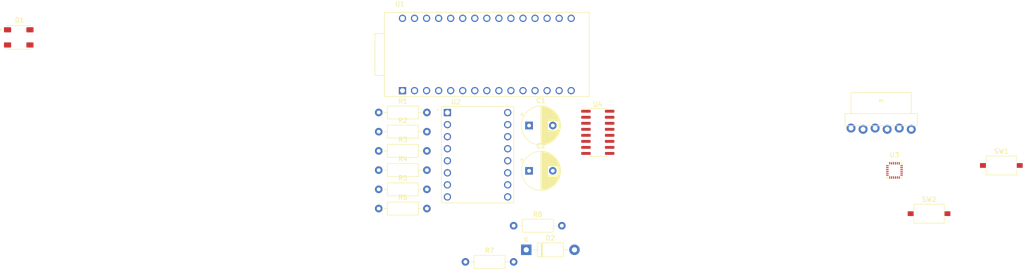
<source format=kicad_pcb>
(kicad_pcb (version 20221018) (generator pcbnew)
  (layers (0 "F.Cu" signal) (31 "B.Cu" signal) (34 "B.Paste" user) (35 "F.Paste" user) (36 "B.SilkS" user "B.Silkscreen") (37 "F.SilkS" user "F.Silkscreen") (38 "B.Mask" user) (39 "F.Mask" user) (44 "Edge.Cuts" user))
  (net 0 "")
  (net 1 "+12V")
  (net 2 "Earth")
  (net 3 "+5V")
  (net 4 "Net-(D1-DIN)")
  (net 6 "Net-(D2-K)")
  (net 7 "Net-(H1-TXD)")
  (net 8 "Net-(H1-RXD)")
  (net 9 "Net-(U1-D11{slash}GPIO7{slash}COPI)")
  (net 10 "Net-(U1-D12{slash}GPIO4{slash}CIPO)")
  (net 11 "Net-(U1-A0{slash}DAC0{slash}GPIO26)")
  (net 12 "Net-(U1-D5{slash}GPIO17)")
  (net 13 "Net-(U1-A1{slash}GPIO27)")
  (net 19 "Net-(U1-A4{slash}GPIO12)")
  (net 20 "Net-(U1-A5{slash}GPIO13)")
  (net 27 "Net-(U1-D3{slash}GPIO15)")
  (net 28 "Net-(U1-D4{slash}GPIO26)")
  (net 29 "Net-(U1-D6{slash}GPIO18)")
  (net 30 "Net-(U1-D7{slash}GPIO19)")
  (net 31 "Net-(U1-D8{slash}GPIO20)")
  (net 32 "Net-(M1-PWM)")
  (net 39 "Net-(U2-1B)")
  (net 40 "Net-(M2--)")
  (net 41 "Net-(U2-2A)")
  (net 42 "Net-(U2-2B)")
  (footprint "Resistor_THT:R_Axial_DIN0207_L6.3mm_D2.5mm_P10.16mm_Horizontal" (layer "F.Cu") (at 114.3 104.14)
    (fp_text reference "R7" (at 5.08 -2.37) (layer "F.SilkS"))
    (fp_text value "6.6Ω")
    (pad "1" thru_hole circle (at 0 0) (size 1.6 1.6) (drill 0.8) (layers "*.Cu" "*.Mask") (net 13 "Net-(U1-A1{slash}GPIO27)"))
    (pad "2" thru_hole oval (at 10.16 0) (size 1.6 1.6) (drill 0.8) (layers "*.Cu" "*.Mask") (net 3 "+5V"))
  )
  (footprint "Diode_THT:D_DO-41_SOD81_P10.16mm_Horizontal" (layer "F.Cu") (at 127.12 101.6)
    (fp_text reference "D2" (at 5.08 -2.47) (layer "F.SilkS"))
    (fp_text value "1N4001")
    (fp_text user "K" (at 0 -2.1) (layer "F.SilkS"))
    (pad "1" thru_hole rect (at 0 0) (size 2.2 2.2) (drill 1.1) (layers "*.Cu" "*.Mask") (net 6 "Net-(D2-K)"))
    (pad "2" thru_hole oval (at 10.16 0) (size 2.2 2.2) (drill 1.1) (layers "*.Cu" "*.Mask") (net 3 "+5V"))
  )
  (footprint "Sensor_Motion:InvenSense_QFN-24_3x3mm_P0.4mm" (layer "F.Cu") (at 204.74 84.86)
    (fp_text reference "U3" (at 0 -3.25) (layer "F.SilkS"))
    (fp_text value "MPU-9250")
    (pad "1" smd roundrect (at -1.5 -1) (size 0.55 0.2) (layers "F.Cu" "F.Paste" "F.Mask"))
    (pad "2" smd roundrect (at -1.5 -0.6) (size 0.55 0.2) (layers "F.Cu" "F.Paste" "F.Mask"))
    (pad "3" smd roundrect (at -1.5 -0.2) (size 0.55 0.2) (layers "F.Cu" "F.Paste" "F.Mask"))
    (pad "4" smd roundrect (at -1.5 0.2) (size 0.55 0.2) (layers "F.Cu" "F.Paste" "F.Mask"))
    (pad "5" smd roundrect (at -1.5 0.6) (size 0.55 0.2) (layers "F.Cu" "F.Paste" "F.Mask"))
    (pad "6" smd roundrect (at -1.5 1) (size 0.55 0.2) (layers "F.Cu" "F.Paste" "F.Mask"))
    (pad "7" smd roundrect (at -1 1.5 90) (size 0.55 0.2) (layers "F.Cu" "F.Paste" "F.Mask"))
    (pad "8" smd roundrect (at -0.6 1.5 90) (size 0.55 0.2) (layers "F.Cu" "F.Paste" "F.Mask"))
    (pad "9" smd roundrect (at -0.2 1.5 90) (size 0.55 0.2) (layers "F.Cu" "F.Paste" "F.Mask"))
    (pad "10" smd roundrect (at 0.2 1.5 90) (size 0.55 0.2) (layers "F.Cu" "F.Paste" "F.Mask"))
    (pad "11" smd roundrect (at 0.6 1.5 90) (size 0.55 0.2) (layers "F.Cu" "F.Paste" "F.Mask"))
    (pad "12" smd roundrect (at 1 1.5 90) (size 0.55 0.2) (layers "F.Cu" "F.Paste" "F.Mask"))
    (pad "13" smd roundrect (at 1.5 1) (size 0.55 0.2) (layers "F.Cu" "F.Paste" "F.Mask") (net 3 "+5V"))
    (pad "14" smd roundrect (at 1.5 0.6) (size 0.55 0.2) (layers "F.Cu" "F.Paste" "F.Mask"))
    (pad "15" smd roundrect (at 1.5 0.2) (size 0.55 0.2) (layers "F.Cu" "F.Paste" "F.Mask"))
    (pad "16" smd roundrect (at 1.5 -0.2) (size 0.55 0.2) (layers "F.Cu" "F.Paste" "F.Mask"))
    (pad "17" smd roundrect (at 1.5 -0.6) (size 0.55 0.2) (layers "F.Cu" "F.Paste" "F.Mask"))
    (pad "18" smd roundrect (at 1.5 -1) (size 0.55 0.2) (layers "F.Cu" "F.Paste" "F.Mask") (net 2 "Earth"))
    (pad "19" smd roundrect (at 1 -1.5 90) (size 0.55 0.2) (layers "F.Cu" "F.Paste" "F.Mask"))
    (pad "20" smd roundrect (at 0.6 -1.5 90) (size 0.55 0.2) (layers "F.Cu" "F.Paste" "F.Mask"))
    (pad "21" smd roundrect (at 0.2 -1.5 90) (size 0.55 0.2) (layers "F.Cu" "F.Paste" "F.Mask"))
    (pad "22" smd roundrect (at -0.2 -1.5 90) (size 0.55 0.2) (layers "F.Cu" "F.Paste" "F.Mask"))
    (pad "23" smd roundrect (at -0.6 -1.5 90) (size 0.55 0.2) (layers "F.Cu" "F.Paste" "F.Mask") (net 20 "Net-(U1-A5{slash}GPIO13)"))
    (pad "24" smd roundrect (at -1 -1.5 90) (size 0.55 0.2) (layers "F.Cu" "F.Paste" "F.Mask") (net 19 "Net-(U1-A4{slash}GPIO12)"))
  )
  (footprint "Resistor_THT:R_Axial_DIN0207_L6.3mm_D2.5mm_P10.16mm_Horizontal" (layer "F.Cu") (at 96.02 72.65)
    (fp_text reference "R1" (at 5.08 -2.37) (layer "F.SilkS"))
    (fp_text value "10kΩ")
    (pad "1" thru_hole circle (at 0 0) (size 1.6 1.6) (drill 0.8) (layers "*.Cu" "*.Mask") (net 3 "+5V"))
    (pad "2" thru_hole oval (at 10.16 0) (size 1.6 1.6) (drill 0.8) (layers "*.Cu" "*.Mask") (net 9 "Net-(U1-D11{slash}GPIO7{slash}COPI)"))
  )
  (footprint "2758:SOL320P540X170-4N" (layer "F.Cu") (at 20.14 56.82)
    (fp_text reference "D1" (at 0.175 -3.635) (layer "F.SilkS"))
    (fp_text value "2758")
    (pad "1" smd roundrect (at -2.36 -1.6) (size 1.51 1.09) (layers "F.Cu" "F.Paste" "F.Mask") (roundrect_rratio 0.14) (net 3 "+5V"))
    (pad "2" smd roundrect (at -2.36 1.6) (size 1.51 1.09) (layers "F.Cu" "F.Paste" "F.Mask") (roundrect_rratio 0.14))
    (pad "3" smd roundrect (at 2.36 1.6) (size 1.51 1.09) (layers "F.Cu" "F.Paste" "F.Mask") (roundrect_rratio 0.14) (net 2 "Earth"))
    (pad "4" smd roundrect (at 2.36 -1.6) (size 1.51 1.09) (layers "F.Cu" "F.Paste" "F.Mask") (roundrect_rratio 0.14) (net 4 "Net-(D1-DIN)"))
  )
  (footprint "ABX00053:MODULE_ABX00053" (layer "F.Cu") (at 118.81 60.425)
    (fp_text reference "U1" (at -18.325 -10.635) (layer "F.SilkS"))
    (fp_text value "ABX00053")
    (pad "" np_thru_hole circle (at -20.32 -7.62) (size 1.65 1.65) (drill 1.65) (layers "*.Cu" "*.Mask"))
    (pad "" np_thru_hole circle (at -20.32 7.62) (size 1.65 1.65) (drill 1.65) (layers "*.Cu" "*.Mask"))
    (pad "" np_thru_hole circle (at 20.32 -7.62) (size 1.65 1.65) (drill 1.65) (layers "*.Cu" "*.Mask"))
    (pad "" np_thru_hole circle (at 20.32 7.62) (size 1.65 1.65) (drill 1.65) (layers "*.Cu" "*.Mask"))
    (pad "1" thru_hole rect (at -17.78 7.62) (size 1.524 1.524) (drill 1.016) (layers "*.Cu" "*.Mask"))
    (pad "2" thru_hole circle (at -15.24 7.62) (size 1.524 1.524) (drill 1.016) (layers "*.Cu" "*.Mask"))
    (pad "3" thru_hole circle (at -12.7 7.62) (size 1.524 1.524) (drill 1.016) (layers "*.Cu" "*.Mask"))
    (pad "4" thru_hole circle (at -10.16 7.62) (size 1.524 1.524) (drill 1.016) (layers "*.Cu" "*.Mask") (net 11 "Net-(U1-A0{slash}DAC0{slash}GPIO26)"))
    (pad "5" thru_hole circle (at -7.62 7.62) (size 1.524 1.524) (drill 1.016) (layers "*.Cu" "*.Mask") (net 13 "Net-(U1-A1{slash}GPIO27)"))
    (pad "6" thru_hole circle (at -5.08 7.62) (size 1.524 1.524) (drill 1.016) (layers "*.Cu" "*.Mask"))
    (pad "7" thru_hole circle (at -2.54 7.62) (size 1.524 1.524) (drill 1.016) (layers "*.Cu" "*.Mask"))
    (pad "8" thru_hole circle (at 0 7.62) (size 1.524 1.524) (drill 1.016) (layers "*.Cu" "*.Mask") (net 19 "Net-(U1-A4{slash}GPIO12)"))
    (pad "9" thru_hole circle (at 2.54 7.62) (size 1.524 1.524) (drill 1.016) (layers "*.Cu" "*.Mask") (net 20 "Net-(U1-A5{slash}GPIO13)"))
    (pad "10" thru_hole circle (at 5.08 7.62) (size 1.524 1.524) (drill 1.016) (layers "*.Cu" "*.Mask"))
    (pad "11" thru_hole circle (at 7.62 7.62) (size 1.524 1.524) (drill 1.016) (layers "*.Cu" "*.Mask"))
    (pad "12" thru_hole circle (at 10.16 7.62) (size 1.524 1.524) (drill 1.016) (layers "*.Cu" "*.Mask") (net 6 "Net-(D2-K)"))
    (pad "13" thru_hole circle (at 12.7 7.62) (size 1.524 1.524) (drill 1.016) (layers "*.Cu" "*.Mask"))
    (pad "14" thru_hole circle (at 15.24 7.62) (size 1.524 1.524) (drill 1.016) (layers "*.Cu" "*.Mask") (net 2 "Earth"))
    (pad "15" thru_hole circle (at 17.78 7.62) (size 1.524 1.524) (drill 1.016) (layers "*.Cu" "*.Mask"))
    (pad "16" thru_hole circle (at 17.78 -7.62) (size 1.524 1.524) (drill 1.016) (layers "*.Cu" "*.Mask") (net 8 "Net-(H1-RXD)"))
    (pad "17" thru_hole circle (at 15.24 -7.62) (size 1.524 1.524) (drill 1.016) (layers "*.Cu" "*.Mask") (net 7 "Net-(H1-TXD)"))
    (pad "18" thru_hole circle (at 12.7 -7.62) (size 1.524 1.524) (drill 1.016) (layers "*.Cu" "*.Mask"))
    (pad "19" thru_hole circle (at 10.16 -7.62) (size 1.524 1.524) (drill 1.016) (layers "*.Cu" "*.Mask") (net 2 "Earth"))
    (pad "20" thru_hole circle (at 7.62 -7.62) (size 1.524 1.524) (drill 1.016) (layers "*.Cu" "*.Mask"))
    (pad "21" thru_hole circle (at 5.08 -7.62) (size 1.524 1.524) (drill 1.016) (layers "*.Cu" "*.Mask") (net 27 "Net-(U1-D3{slash}GPIO15)"))
    (pad "22" thru_hole circle (at 2.54 -7.62) (size 1.524 1.524) (drill 1.016) (layers "*.Cu" "*.Mask") (net 28 "Net-(U1-D4{slash}GPIO26)"))
    (pad "23" thru_hole circle (at 0 -7.62) (size 1.524 1.524) (drill 1.016) (layers "*.Cu" "*.Mask") (net 12 "Net-(U1-D5{slash}GPIO17)"))
    (pad "24" thru_hole circle (at -2.54 -7.62) (size 1.524 1.524) (drill 1.016) (layers "*.Cu" "*.Mask") (net 29 "Net-(U1-D6{slash}GPIO18)"))
    (pad "25" thru_hole circle (at -5.08 -7.62) (size 1.524 1.524) (drill 1.016) (layers "*.Cu" "*.Mask") (net 30 "Net-(U1-D7{slash}GPIO19)"))
    (pad "26" thru_hole circle (at -7.62 -7.62) (size 1.524 1.524) (drill 1.016) (layers "*.Cu" "*.Mask") (net 31 "Net-(U1-D8{slash}GPIO20)"))
    (pad "27" thru_hole circle (at -10.16 -7.62) (size 1.524 1.524) (drill 1.016) (layers "*.Cu" "*.Mask") (net 32 "Net-(M1-PWM)"))
    (pad "28" thru_hole circle (at -12.7 -7.62) (size 1.524 1.524) (drill 1.016) (layers "*.Cu" "*.Mask"))
    (pad "29" thru_hole circle (at -15.24 -7.62) (size 1.524 1.524) (drill 1.016) (layers "*.Cu" "*.Mask") (net 9 "Net-(U1-D11{slash}GPIO7{slash}COPI)"))
    (pad "30" thru_hole circle (at -17.78 -7.62) (size 1.524 1.524) (drill 1.016) (layers "*.Cu" "*.Mask") (net 10 "Net-(U1-D12{slash}GPIO4{slash}CIPO)"))
  )
  (footprint "Capacitor_THT:CP_Radial_D8.0mm_P5.00mm" (layer "F.Cu") (at 127.714698 75.4)
    (fp_text reference "C1" (at 2.5 -5.25) (layer "F.SilkS"))
    (fp_text value "4.7µF")
    (pad "1" thru_hole rect (at 0 0) (size 1.6 1.6) (drill 0.8) (layers "*.Cu" "*.Mask") (net 1 "+12V"))
    (pad "2" thru_hole circle (at 5 0) (size 1.6 1.6) (drill 0.8) (layers "*.Cu" "*.Mask") (net 2 "Earth"))
  )
  (footprint "HC05:HC-05_BENT" (layer "F.Cu") (at 195.58 76.073)
    (fp_text reference "H1" (at 6.35 -5.8928) (layer "F.SilkS") (effects (font (size 0.48 0.48))))
    (fp_text value "HC05")
    (pad "1" thru_hole circle (at 0 -0.127) (size 1.8796 1.8796) (drill 1.016) (layers "*.Cu" "*.Mask") (net 3 "+5V"))
    (pad "2" thru_hole circle (at 2.54 0.127) (size 1.8796 1.8796) (drill 1.016) (layers "*.Cu" "*.Mask") (net 2 "Earth"))
    (pad "3" thru_hole circle (at 5.08 -0.127) (size 1.8796 1.8796) (drill 1.016) (layers "*.Cu" "*.Mask") (net 7 "Net-(H1-TXD)"))
    (pad "4" thru_hole circle (at 7.62 0.127) (size 1.8796 1.8796) (drill 1.016) (layers "*.Cu" "*.Mask") (net 8 "Net-(H1-RXD)"))
    (pad "5" thru_hole circle (at 10.16 -0.127) (size 1.8796 1.8796) (drill 1.016) (layers "*.Cu" "*.Mask"))
    (pad "6" thru_hole circle (at 12.7 0.127) (size 1.8796 1.8796) (drill 1.016) (layers "*.Cu" "*.Mask"))
  )
  (footprint "Resistor_THT:R_Axial_DIN0207_L6.3mm_D2.5mm_P10.16mm_Horizontal" (layer "F.Cu") (at 96.02 84.8)
    (fp_text reference "R4" (at 5.08 -2.37) (layer "F.SilkS"))
    (fp_text value "R_Variable")
    (pad "1" thru_hole circle (at 0 0) (size 1.6 1.6) (drill 0.8) (layers "*.Cu" "*.Mask") (net 11 "Net-(U1-A0{slash}DAC0{slash}GPIO26)"))
    (pad "2" thru_hole oval (at 10.16 0) (size 1.6 1.6) (drill 0.8) (layers "*.Cu" "*.Mask") (net 3 "+5V"))
  )
  (footprint "Resistor_THT:R_Axial_DIN0207_L6.3mm_D2.5mm_P10.16mm_Horizontal" (layer "F.Cu") (at 96.02 80.75)
    (fp_text reference "R3" (at 5.08 -2.37) (layer "F.SilkS"))
    (fp_text value "R_Variable")
    (pad "1" thru_hole circle (at 0 0) (size 1.6 1.6) (drill 0.8) (layers "*.Cu" "*.Mask") (net 11 "Net-(U1-A0{slash}DAC0{slash}GPIO26)"))
    (pad "2" thru_hole oval (at 10.16 0) (size 1.6 1.6) (drill 0.8) (layers "*.Cu" "*.Mask") (net 3 "+5V"))
  )
  (footprint "Package_SO:SOP-16_3.9x9.9mm_P1.27mm" (layer "F.Cu") (at 142.2 76.835)
    (fp_text reference "U4" (at 0 -5.9) (layer "F.SilkS"))
    (fp_text value "HX711")
    (pad "1" smd roundrect (at -2.5 -4.445) (size 2 0.6) (layers "F.Cu" "F.Paste" "F.Mask") (net 3 "+5V"))
    (pad "2" smd roundrect (at -2.5 -3.175) (size 2 0.6) (layers "F.Cu" "F.Paste" "F.Mask"))
    (pad "3" smd roundrect (at -2.5 -1.905) (size 2 0.6) (layers "F.Cu" "F.Paste" "F.Mask"))
    (pad "4" smd roundrect (at -2.5 -0.635) (size 2 0.6) (layers "F.Cu" "F.Paste" "F.Mask"))
    (pad "5" smd roundrect (at -2.5 0.635) (size 2 0.6) (layers "F.Cu" "F.Paste" "F.Mask") (net 2 "Earth"))
    (pad "6" smd roundrect (at -2.5 1.905) (size 2 0.6) (layers "F.Cu" "F.Paste" "F.Mask"))
    (pad "7" smd roundrect (at -2.5 3.175) (size 2 0.6) (layers "F.Cu" "F.Paste" "F.Mask"))
    (pad "8" smd roundrect (at -2.5 4.445) (size 2 0.6) (layers "F.Cu" "F.Paste" "F.Mask"))
    (pad "9" smd roundrect (at 2.5 4.445) (size 2 0.6) (layers "F.Cu" "F.Paste" "F.Mask"))
    (pad "10" smd roundrect (at 2.5 3.175) (size 2 0.6) (layers "F.Cu" "F.Paste" "F.Mask"))
    (pad "11" smd roundrect (at 2.5 1.905) (size 2 0.6) (layers "F.Cu" "F.Paste" "F.Mask") (net 28 "Net-(U1-D4{slash}GPIO26)"))
    (pad "12" smd roundrect (at 2.5 0.635) (size 2 0.6) (layers "F.Cu" "F.Paste" "F.Mask") (net 27 "Net-(U1-D3{slash}GPIO15)"))
    (pad "13" smd roundrect (at 2.5 -0.635) (size 2 0.6) (layers "F.Cu" "F.Paste" "F.Mask"))
    (pad "14" smd roundrect (at 2.5 -1.905) (size 2 0.6) (layers "F.Cu" "F.Paste" "F.Mask"))
    (pad "15" smd roundrect (at 2.5 -3.175) (size 2 0.6) (layers "F.Cu" "F.Paste" "F.Mask"))
    (pad "16" smd roundrect (at 2.5 -4.445) (size 2 0.6) (layers "F.Cu" "F.Paste" "F.Mask"))
  )
  (footprint "Resistor_THT:R_Axial_DIN0207_L6.3mm_D2.5mm_P10.16mm_Horizontal" (layer "F.Cu") (at 96.02 92.9)
    (fp_text reference "R6" (at 5.08 -2.37) (layer "F.SilkS"))
    (fp_text value "10kΩ")
    (pad "1" thru_hole circle (at 0 0) (size 1.6 1.6) (drill 0.8) (layers "*.Cu" "*.Mask") (net 11 "Net-(U1-A0{slash}DAC0{slash}GPIO26)"))
    (pad "2" thru_hole oval (at 10.16 0) (size 1.6 1.6) (drill 0.8) (layers "*.Cu" "*.Mask") (net 2 "Earth"))
  )
  (footprint "Button_Switch_SMD:SW_Tactile_SPST_NO_Straight_CK_PTS636Sx25SMTRLFS" (layer "F.Cu") (at 212.025 93.98)
    (fp_text reference "SW2" (at 0 -3 unlocked) (layer "F.SilkS"))
    (fp_text value "SW_Push")
    (pad "1" smd rect (at -3.875 0) (size 1.25 1) (layers "F.Cu" "F.Paste" "F.Mask") (net 10 "Net-(U1-D12{slash}GPIO4{slash}CIPO)"))
    (pad "2" smd rect (at 3.875 0) (size 1.25 1) (layers "F.Cu" "F.Paste" "F.Mask") (net 2 "Earth"))
  )
  (footprint "Resistor_THT:R_Axial_DIN0207_L6.3mm_D2.5mm_P10.16mm_Horizontal" (layer "F.Cu") (at 96.02 76.7)
    (fp_text reference "R2" (at 5.08 -2.37) (layer "F.SilkS"))
    (fp_text value "10kΩ")
    (pad "1" thru_hole circle (at 0 0) (size 1.6 1.6) (drill 0.8) (layers "*.Cu" "*.Mask") (net 3 "+5V"))
    (pad "2" thru_hole oval (at 10.16 0) (size 1.6 1.6) (drill 0.8) (layers "*.Cu" "*.Mask") (net 10 "Net-(U1-D12{slash}GPIO4{slash}CIPO)"))
  )
  (footprint "Resistor_THT:R_Axial_DIN0207_L6.3mm_D2.5mm_P10.16mm_Horizontal" (layer "F.Cu") (at 96.02 88.85)
    (fp_text reference "R5" (at 5.08 -2.37) (layer "F.SilkS"))
    (fp_text value "1kΩ")
    (pad "1" thru_hole circle (at 0 0) (size 1.6 1.6) (drill 0.8) (layers "*.Cu" "*.Mask") (net 4 "Net-(D1-DIN)"))
    (pad "2" thru_hole oval (at 10.16 0) (size 1.6 1.6) (drill 0.8) (layers "*.Cu" "*.Mask") (net 12 "Net-(U1-D5{slash}GPIO17)"))
  )
  (footprint "Button_Switch_SMD:SW_Tactile_SPST_NO_Straight_CK_PTS636Sx25SMTRLFS" (layer "F.Cu") (at 227.265 83.82)
    (fp_text reference "SW1" (at 0 -3 unlocked) (layer "F.SilkS"))
    (fp_text value "SW_Push")
    (pad "1" smd rect (at -3.875 0) (size 1.25 1) (layers "F.Cu" "F.Paste" "F.Mask") (net 9 "Net-(U1-D11{slash}GPIO7{slash}COPI)"))
    (pad "2" smd rect (at 3.875 0) (size 1.25 1) (layers "F.Cu" "F.Paste" "F.Mask") (net 2 "Earth"))
  )
  (footprint "A4988_STEPPER_MOTOR_DRIVER_CARRIER_BLACK:MODULE_A4988_STEPPER_MOTOR_DRIVER_CARRIER_BLACK" (layer "F.Cu") (at 116.855 81.56)
    (fp_text reference "U2" (at -4.575 -11.135) (layer "F.SilkS"))
    (fp_text value "A4988_STEPPER_MOTOR_DRIVER_CARRIER_BLACK")
    (pad "1" thru_hole rect (at -6.35 -8.89) (size 1.53 1.53) (drill 1.02) (layers "*.Cu" "*.Mask") (net 29 "Net-(U1-D6{slash}GPIO18)"))
    (pad "2" thru_hole circle (at -6.35 -6.35) (size 1.53 1.53) (drill 1.02) (layers "*.Cu" "*.Mask"))
    (pad "3" thru_hole circle (at -6.35 -3.81) (size 1.53 1.53) (drill 1.02) (layers "*.Cu" "*.Mask"))
    (pad "4" thru_hole circle (at -6.35 -1.27) (size 1.53 1.53) (drill 1.02) (layers "*.Cu" "*.Mask"))
    (pad "5" thru_hole circle (at -6.35 1.27) (size 1.53 1.53) (drill 1.02) (layers "*.Cu" "*.Mask"))
    (pad "6" thru_hole circle (at -6.35 3.81) (size 1.53 1.53) (drill 1.02) (layers "*.Cu" "*.Mask"))
    (pad "7" thru_hole circle (at -6.35 6.35) (size 1.53 1.53) (drill 1.02) (layers "*.Cu" "*.Mask") (net 31 "Net-(U1-D8{slash}GPIO20)"))
    (pad "8" thru_hole circle (at -6.35 8.89) (size 1.53 1.53) (drill 1.02) (layers "*.Cu" "*.Mask") (net 30 "Net-(U1-D7{slash}GPIO19)"))
    (pad "9" thru_hole circle (at 6.35 8.89) (size 1.53 1.53) (drill 1.02) (layers "*.Cu" "*.Mask") (net 2 "Earth"))
    (pad "10" thru_hole circle (at 6.35 6.35) (size 1.53 1.53) (drill 1.02) (layers "*.Cu" "*.Mask") (net 3 "+5V"))
    (pad "11" thru_hole circle (at 6.35 3.81) (size 1.53 1.53) (drill 1.02) (layers "*.Cu" "*.Mask") (net 39 "Net-(U2-1B)"))
    (pad "12" thru_hole circle (at 6.35 1.27) (size 1.53 1.53) (drill 1.02) (layers "*.Cu" "*.Mask") (net 40 "Net-(M2--)"))
    (pad "13" thru_hole circle (at 6.35 -1.27) (size 1.53 1.53) (drill 1.02) (layers "*.Cu" "*.Mask") (net 41 "Net-(U2-2A)"))
    (pad "14" thru_hole circle (at 6.35 -3.81) (size 1.53 1.53) (drill 1.02) (layers "*.Cu" "*.Mask") (net 42 "Net-(U2-2B)"))
    (pad "15" thru_hole circle (at 6.35 -6.35) (size 1.53 1.53) (drill 1.02) (layers "*.Cu" "*.Mask") (net 2 "Earth"))
    (pad "16" thru_hole circle (at 6.35 -8.89) (size 1.53 1.53) (drill 1.02) (layers "*.Cu" "*.Mask") (net 1 "+12V"))
  )
  (footprint "Capacitor_THT:CP_Radial_D8.0mm_P5.00mm" (layer "F.Cu") (at 127.714698 84.95)
    (fp_text reference "C2" (at 2.5 -5.25) (layer "F.SilkS"))
    (fp_text value "100µF")
    (pad "1" thru_hole rect (at 0 0) (size 1.6 1.6) (drill 0.8) (layers "*.Cu" "*.Mask") (net 3 "+5V"))
    (pad "2" thru_hole circle (at 5 0) (size 1.6 1.6) (drill 0.8) (layers "*.Cu" "*.Mask") (net 2 "Earth"))
  )
  (footprint "Resistor_THT:R_Axial_DIN0207_L6.3mm_D2.5mm_P10.16mm_Horizontal" (layer "F.Cu") (at 124.46 96.52)
    (fp_text reference "R8" (at 5.08 -2.37) (layer "F.SilkS"))
    (fp_text value "6.6Ω")
    (pad "1" thru_hole circle (at 0 0) (size 1.6 1.6) (drill 0.8) (layers "*.Cu" "*.Mask") (net 13 "Net-(U1-A1{slash}GPIO27)"))
    (pad "2" thru_hole oval (at 10.16 0) (size 1.6 1.6) (drill 0.8) (layers "*.Cu" "*.Mask") (net 2 "Earth"))
  )
)
</source>
